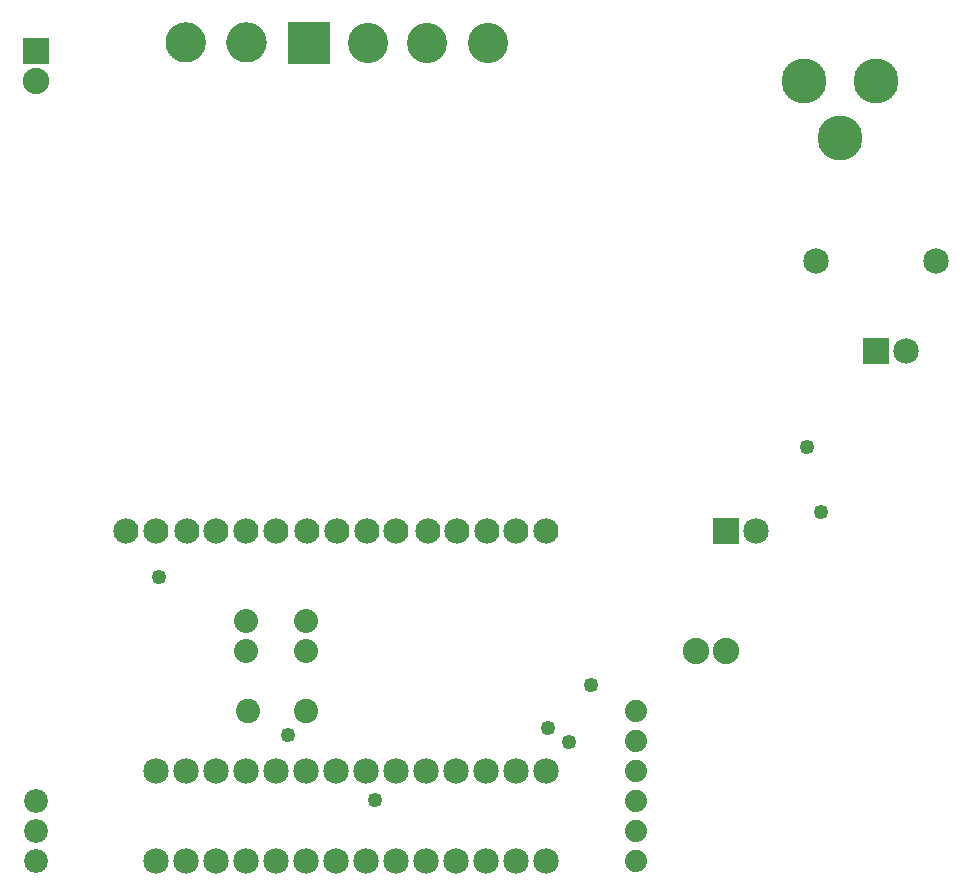
<source format=gbs>
G04 MADE WITH FRITZING*
G04 WWW.FRITZING.ORG*
G04 DOUBLE SIDED*
G04 HOLES PLATED*
G04 CONTOUR ON CENTER OF CONTOUR VECTOR*
%ASAXBY*%
%FSLAX23Y23*%
%MOIN*%
%OFA0B0*%
%SFA1.0B1.0*%
%ADD10C,0.088000*%
%ADD11C,0.085000*%
%ADD12C,0.080925*%
%ADD13C,0.080866*%
%ADD14C,0.074000*%
%ADD15C,0.084000*%
%ADD16C,0.134111*%
%ADD17C,0.079444*%
%ADD18C,0.150000*%
%ADD19C,0.080000*%
%ADD20C,0.049370*%
%ADD21R,0.088000X0.088000*%
%ADD22R,0.142161X0.142161*%
%ADD23R,0.085000X0.085000*%
%ADD24C,0.030000*%
%ADD25C,0.027000*%
%ADD26R,0.001000X0.001000*%
%LNMASK0*%
G90*
G70*
G54D10*
X252Y2876D03*
X252Y2776D03*
G54D11*
X1952Y476D03*
X1952Y176D03*
X1852Y476D03*
X1852Y176D03*
X1752Y476D03*
X1752Y176D03*
X1652Y476D03*
X1652Y176D03*
X1552Y476D03*
X1552Y176D03*
X1452Y476D03*
X1452Y176D03*
X1352Y476D03*
X1352Y176D03*
X1252Y476D03*
X1252Y176D03*
X1152Y476D03*
X1152Y176D03*
X1052Y476D03*
X1052Y176D03*
X952Y476D03*
X952Y176D03*
X852Y476D03*
X852Y176D03*
X752Y476D03*
X752Y176D03*
X652Y476D03*
X652Y176D03*
G54D12*
X1152Y676D03*
G54D13*
X959Y676D03*
G54D14*
X2252Y176D03*
X2252Y276D03*
X2252Y376D03*
X2252Y476D03*
X2252Y576D03*
X2252Y676D03*
G54D15*
X551Y1276D03*
X652Y1276D03*
X753Y1276D03*
X852Y1276D03*
X952Y1276D03*
X1052Y1276D03*
X1153Y1275D03*
X1253Y1276D03*
X1354Y1276D03*
X1452Y1276D03*
X1557Y1276D03*
X1653Y1276D03*
X1753Y1276D03*
X1852Y1276D03*
X1952Y1276D03*
G54D16*
X1756Y2904D03*
X1554Y2904D03*
X1356Y2904D03*
G54D17*
X252Y376D03*
X252Y276D03*
X252Y176D03*
G54D18*
X3052Y2776D03*
X2812Y2776D03*
X2932Y2586D03*
G54D10*
X2552Y876D03*
X2452Y876D03*
G54D19*
X1152Y976D03*
X1152Y876D03*
X952Y976D03*
X952Y876D03*
G54D11*
X3052Y1876D03*
X3152Y1876D03*
X2552Y1276D03*
X2652Y1276D03*
X3252Y2176D03*
X2852Y2176D03*
G54D20*
X2868Y1340D03*
X2028Y572D03*
X1380Y380D03*
X1956Y620D03*
X2100Y764D03*
X2820Y1556D03*
X1092Y596D03*
X660Y1124D03*
G54D21*
X252Y2876D03*
G54D22*
X1160Y2904D03*
G54D23*
X3052Y1876D03*
X2552Y1276D03*
G54D24*
G36*
X1980Y448D02*
X1925Y448D01*
X1925Y503D01*
X1980Y503D01*
X1980Y448D01*
G37*
D02*
G54D25*
G36*
X523Y1304D02*
X579Y1304D01*
X579Y1248D01*
X523Y1248D01*
X523Y1304D01*
G37*
D02*
G54D26*
X744Y2971D02*
X756Y2971D01*
X946Y2971D02*
X958Y2971D01*
X1152Y2971D02*
X1164Y2971D01*
X737Y2970D02*
X762Y2970D01*
X940Y2970D02*
X965Y2970D01*
X1146Y2970D02*
X1171Y2970D01*
X733Y2969D02*
X766Y2969D01*
X936Y2969D02*
X969Y2969D01*
X1142Y2969D02*
X1175Y2969D01*
X729Y2968D02*
X770Y2968D01*
X932Y2968D02*
X973Y2968D01*
X1138Y2968D02*
X1179Y2968D01*
X727Y2967D02*
X773Y2967D01*
X929Y2967D02*
X975Y2967D01*
X1135Y2967D02*
X1181Y2967D01*
X724Y2966D02*
X776Y2966D01*
X926Y2966D02*
X978Y2966D01*
X1132Y2966D02*
X1184Y2966D01*
X722Y2965D02*
X778Y2965D01*
X924Y2965D02*
X980Y2965D01*
X1130Y2965D02*
X1186Y2965D01*
X720Y2964D02*
X780Y2964D01*
X922Y2964D02*
X982Y2964D01*
X1128Y2964D02*
X1188Y2964D01*
X718Y2963D02*
X782Y2963D01*
X920Y2963D02*
X984Y2963D01*
X1126Y2963D02*
X1190Y2963D01*
X716Y2962D02*
X783Y2962D01*
X919Y2962D02*
X986Y2962D01*
X1125Y2962D02*
X1192Y2962D01*
X715Y2961D02*
X785Y2961D01*
X917Y2961D02*
X987Y2961D01*
X1123Y2961D02*
X1193Y2961D01*
X713Y2960D02*
X786Y2960D01*
X916Y2960D02*
X989Y2960D01*
X1122Y2960D02*
X1195Y2960D01*
X712Y2959D02*
X788Y2959D01*
X914Y2959D02*
X990Y2959D01*
X1120Y2959D02*
X1196Y2959D01*
X710Y2958D02*
X789Y2958D01*
X913Y2958D02*
X992Y2958D01*
X1119Y2958D02*
X1198Y2958D01*
X709Y2957D02*
X791Y2957D01*
X911Y2957D02*
X993Y2957D01*
X1117Y2957D02*
X1199Y2957D01*
X708Y2956D02*
X792Y2956D01*
X910Y2956D02*
X994Y2956D01*
X1116Y2956D02*
X1200Y2956D01*
X706Y2955D02*
X793Y2955D01*
X909Y2955D02*
X996Y2955D01*
X1115Y2955D02*
X1201Y2955D01*
X705Y2954D02*
X794Y2954D01*
X908Y2954D02*
X997Y2954D01*
X1114Y2954D02*
X1203Y2954D01*
X704Y2953D02*
X795Y2953D01*
X907Y2953D02*
X998Y2953D01*
X1113Y2953D02*
X1204Y2953D01*
X703Y2952D02*
X796Y2952D01*
X906Y2952D02*
X999Y2952D01*
X1112Y2952D02*
X1205Y2952D01*
X702Y2951D02*
X797Y2951D01*
X905Y2951D02*
X1000Y2951D01*
X1111Y2951D02*
X1206Y2951D01*
X701Y2950D02*
X798Y2950D01*
X904Y2950D02*
X1001Y2950D01*
X1110Y2950D02*
X1207Y2950D01*
X700Y2949D02*
X799Y2949D01*
X903Y2949D02*
X1002Y2949D01*
X1109Y2949D02*
X1208Y2949D01*
X699Y2948D02*
X800Y2948D01*
X902Y2948D02*
X1003Y2948D01*
X1108Y2948D02*
X1208Y2948D01*
X699Y2947D02*
X801Y2947D01*
X901Y2947D02*
X1003Y2947D01*
X1107Y2947D02*
X1209Y2947D01*
X698Y2946D02*
X802Y2946D01*
X900Y2946D02*
X1004Y2946D01*
X1106Y2946D02*
X1210Y2946D01*
X697Y2945D02*
X802Y2945D01*
X900Y2945D02*
X1005Y2945D01*
X1106Y2945D02*
X1211Y2945D01*
X696Y2944D02*
X803Y2944D01*
X899Y2944D02*
X1006Y2944D01*
X1105Y2944D02*
X1212Y2944D01*
X696Y2943D02*
X804Y2943D01*
X898Y2943D02*
X1006Y2943D01*
X1104Y2943D02*
X1212Y2943D01*
X695Y2942D02*
X805Y2942D01*
X897Y2942D02*
X1007Y2942D01*
X1103Y2942D02*
X1213Y2942D01*
X694Y2941D02*
X805Y2941D01*
X897Y2941D02*
X1008Y2941D01*
X1103Y2941D02*
X1214Y2941D01*
X694Y2940D02*
X806Y2940D01*
X896Y2940D02*
X1008Y2940D01*
X1102Y2940D02*
X1214Y2940D01*
X693Y2939D02*
X806Y2939D01*
X896Y2939D02*
X1009Y2939D01*
X1102Y2939D02*
X1215Y2939D01*
X692Y2938D02*
X807Y2938D01*
X895Y2938D02*
X1010Y2938D01*
X1101Y2938D02*
X1216Y2938D01*
X692Y2937D02*
X808Y2937D01*
X894Y2937D02*
X1010Y2937D01*
X1100Y2937D02*
X1216Y2937D01*
X691Y2936D02*
X808Y2936D01*
X894Y2936D02*
X1011Y2936D01*
X1100Y2936D02*
X1217Y2936D01*
X691Y2935D02*
X809Y2935D01*
X893Y2935D02*
X1011Y2935D01*
X1099Y2935D02*
X1217Y2935D01*
X690Y2934D02*
X809Y2934D01*
X893Y2934D02*
X1012Y2934D01*
X1099Y2934D02*
X1218Y2934D01*
X690Y2933D02*
X810Y2933D01*
X892Y2933D02*
X1012Y2933D01*
X1098Y2933D02*
X1218Y2933D01*
X689Y2932D02*
X810Y2932D01*
X892Y2932D02*
X1013Y2932D01*
X1098Y2932D02*
X1219Y2932D01*
X689Y2931D02*
X811Y2931D01*
X891Y2931D02*
X1013Y2931D01*
X1097Y2931D02*
X1219Y2931D01*
X688Y2930D02*
X811Y2930D01*
X891Y2930D02*
X1014Y2930D01*
X1097Y2930D02*
X1220Y2930D01*
X688Y2929D02*
X812Y2929D01*
X890Y2929D02*
X1014Y2929D01*
X1096Y2929D02*
X1220Y2929D01*
X688Y2928D02*
X812Y2928D01*
X890Y2928D02*
X1014Y2928D01*
X1096Y2928D02*
X1220Y2928D01*
X687Y2927D02*
X812Y2927D01*
X890Y2927D02*
X1015Y2927D01*
X1096Y2927D02*
X1221Y2927D01*
X687Y2926D02*
X813Y2926D01*
X889Y2926D02*
X1015Y2926D01*
X1095Y2926D02*
X1221Y2926D01*
X687Y2925D02*
X813Y2925D01*
X889Y2925D02*
X1015Y2925D01*
X1095Y2925D02*
X1221Y2925D01*
X686Y2924D02*
X813Y2924D01*
X889Y2924D02*
X1016Y2924D01*
X1095Y2924D02*
X1222Y2924D01*
X686Y2923D02*
X814Y2923D01*
X888Y2923D02*
X1016Y2923D01*
X1094Y2923D02*
X1222Y2923D01*
X686Y2922D02*
X814Y2922D01*
X888Y2922D02*
X1016Y2922D01*
X1094Y2922D02*
X1222Y2922D01*
X685Y2921D02*
X814Y2921D01*
X888Y2921D02*
X1017Y2921D01*
X1094Y2921D02*
X1223Y2921D01*
X685Y2920D02*
X814Y2920D01*
X888Y2920D02*
X1017Y2920D01*
X1094Y2920D02*
X1223Y2920D01*
X685Y2919D02*
X815Y2919D01*
X887Y2919D02*
X1017Y2919D01*
X1093Y2919D02*
X1223Y2919D01*
X685Y2918D02*
X815Y2918D01*
X887Y2918D02*
X1017Y2918D01*
X1093Y2918D02*
X1223Y2918D01*
X685Y2917D02*
X815Y2917D01*
X887Y2917D02*
X1017Y2917D01*
X1093Y2917D02*
X1223Y2917D01*
X684Y2916D02*
X815Y2916D01*
X887Y2916D02*
X1018Y2916D01*
X1093Y2916D02*
X1224Y2916D01*
X684Y2915D02*
X815Y2915D01*
X887Y2915D02*
X1018Y2915D01*
X1093Y2915D02*
X1224Y2915D01*
X684Y2914D02*
X815Y2914D01*
X887Y2914D02*
X1018Y2914D01*
X1093Y2914D02*
X1224Y2914D01*
X684Y2913D02*
X816Y2913D01*
X886Y2913D02*
X1018Y2913D01*
X1092Y2913D02*
X1224Y2913D01*
X684Y2912D02*
X816Y2912D01*
X886Y2912D02*
X1018Y2912D01*
X1092Y2912D02*
X1224Y2912D01*
X684Y2911D02*
X816Y2911D01*
X886Y2911D02*
X1018Y2911D01*
X1092Y2911D02*
X1224Y2911D01*
X684Y2910D02*
X816Y2910D01*
X886Y2910D02*
X1018Y2910D01*
X1092Y2910D02*
X1224Y2910D01*
X683Y2909D02*
X816Y2909D01*
X886Y2909D02*
X1019Y2909D01*
X1092Y2909D02*
X1225Y2909D01*
X683Y2908D02*
X816Y2908D01*
X886Y2908D02*
X1019Y2908D01*
X1092Y2908D02*
X1225Y2908D01*
X683Y2907D02*
X816Y2907D01*
X886Y2907D02*
X1019Y2907D01*
X1092Y2907D02*
X1225Y2907D01*
X683Y2906D02*
X816Y2906D01*
X886Y2906D02*
X1019Y2906D01*
X1092Y2906D02*
X1225Y2906D01*
X683Y2905D02*
X816Y2905D01*
X886Y2905D02*
X1019Y2905D01*
X1092Y2905D02*
X1225Y2905D01*
X683Y2904D02*
X816Y2904D01*
X886Y2904D02*
X1019Y2904D01*
X1092Y2904D02*
X1225Y2904D01*
X683Y2903D02*
X816Y2903D01*
X886Y2903D02*
X1019Y2903D01*
X1092Y2903D02*
X1225Y2903D01*
X683Y2902D02*
X816Y2902D01*
X886Y2902D02*
X1019Y2902D01*
X1092Y2902D02*
X1225Y2902D01*
X683Y2901D02*
X816Y2901D01*
X886Y2901D02*
X1019Y2901D01*
X1092Y2901D02*
X1225Y2901D01*
X683Y2900D02*
X816Y2900D01*
X886Y2900D02*
X1019Y2900D01*
X1092Y2900D02*
X1225Y2900D01*
X684Y2899D02*
X816Y2899D01*
X886Y2899D02*
X1019Y2899D01*
X1092Y2899D02*
X1224Y2899D01*
X684Y2898D02*
X816Y2898D01*
X886Y2898D02*
X1018Y2898D01*
X1092Y2898D02*
X1224Y2898D01*
X684Y2897D02*
X816Y2897D01*
X886Y2897D02*
X1018Y2897D01*
X1092Y2897D02*
X1224Y2897D01*
X684Y2896D02*
X816Y2896D01*
X886Y2896D02*
X1018Y2896D01*
X1092Y2896D02*
X1224Y2896D01*
X684Y2895D02*
X815Y2895D01*
X886Y2895D02*
X1018Y2895D01*
X1092Y2895D02*
X1224Y2895D01*
X684Y2894D02*
X815Y2894D01*
X887Y2894D02*
X1018Y2894D01*
X1093Y2894D02*
X1224Y2894D01*
X684Y2893D02*
X815Y2893D01*
X887Y2893D02*
X1018Y2893D01*
X1093Y2893D02*
X1224Y2893D01*
X684Y2892D02*
X815Y2892D01*
X887Y2892D02*
X1018Y2892D01*
X1093Y2892D02*
X1224Y2892D01*
X685Y2891D02*
X815Y2891D01*
X887Y2891D02*
X1017Y2891D01*
X1093Y2891D02*
X1223Y2891D01*
X685Y2890D02*
X815Y2890D01*
X887Y2890D02*
X1017Y2890D01*
X1093Y2890D02*
X1223Y2890D01*
X685Y2889D02*
X814Y2889D01*
X888Y2889D02*
X1017Y2889D01*
X1094Y2889D02*
X1223Y2889D01*
X685Y2888D02*
X814Y2888D01*
X888Y2888D02*
X1017Y2888D01*
X1094Y2888D02*
X1223Y2888D01*
X686Y2887D02*
X814Y2887D01*
X888Y2887D02*
X1016Y2887D01*
X1094Y2887D02*
X1222Y2887D01*
X686Y2886D02*
X814Y2886D01*
X888Y2886D02*
X1016Y2886D01*
X1094Y2886D02*
X1222Y2886D01*
X686Y2885D02*
X813Y2885D01*
X889Y2885D02*
X1016Y2885D01*
X1095Y2885D02*
X1222Y2885D01*
X686Y2884D02*
X813Y2884D01*
X889Y2884D02*
X1016Y2884D01*
X1095Y2884D02*
X1222Y2884D01*
X687Y2883D02*
X813Y2883D01*
X889Y2883D02*
X1015Y2883D01*
X1095Y2883D02*
X1221Y2883D01*
X687Y2882D02*
X812Y2882D01*
X890Y2882D02*
X1015Y2882D01*
X1096Y2882D02*
X1221Y2882D01*
X687Y2881D02*
X812Y2881D01*
X890Y2881D02*
X1015Y2881D01*
X1096Y2881D02*
X1221Y2881D01*
X688Y2880D02*
X812Y2880D01*
X890Y2880D02*
X1014Y2880D01*
X1096Y2880D02*
X1220Y2880D01*
X688Y2879D02*
X811Y2879D01*
X891Y2879D02*
X1014Y2879D01*
X1097Y2879D02*
X1220Y2879D01*
X689Y2878D02*
X811Y2878D01*
X891Y2878D02*
X1013Y2878D01*
X1097Y2878D02*
X1219Y2878D01*
X689Y2877D02*
X810Y2877D01*
X892Y2877D02*
X1013Y2877D01*
X1098Y2877D02*
X1219Y2877D01*
X690Y2876D02*
X810Y2876D01*
X892Y2876D02*
X1012Y2876D01*
X1098Y2876D02*
X1218Y2876D01*
X690Y2875D02*
X809Y2875D01*
X893Y2875D02*
X1012Y2875D01*
X1099Y2875D02*
X1218Y2875D01*
X691Y2874D02*
X809Y2874D01*
X893Y2874D02*
X1011Y2874D01*
X1099Y2874D02*
X1217Y2874D01*
X691Y2873D02*
X808Y2873D01*
X894Y2873D02*
X1011Y2873D01*
X1099Y2873D02*
X1217Y2873D01*
X692Y2872D02*
X808Y2872D01*
X894Y2872D02*
X1010Y2872D01*
X1100Y2872D02*
X1216Y2872D01*
X692Y2871D02*
X807Y2871D01*
X895Y2871D02*
X1010Y2871D01*
X1101Y2871D02*
X1216Y2871D01*
X693Y2870D02*
X807Y2870D01*
X895Y2870D02*
X1009Y2870D01*
X1101Y2870D02*
X1215Y2870D01*
X693Y2869D02*
X806Y2869D01*
X896Y2869D02*
X1009Y2869D01*
X1102Y2869D02*
X1215Y2869D01*
X694Y2868D02*
X805Y2868D01*
X897Y2868D02*
X1008Y2868D01*
X1102Y2868D02*
X1214Y2868D01*
X695Y2867D02*
X805Y2867D01*
X897Y2867D02*
X1007Y2867D01*
X1103Y2867D02*
X1213Y2867D01*
X695Y2866D02*
X804Y2866D01*
X898Y2866D02*
X1007Y2866D01*
X1104Y2866D02*
X1213Y2866D01*
X696Y2865D02*
X803Y2865D01*
X899Y2865D02*
X1006Y2865D01*
X1105Y2865D02*
X1212Y2865D01*
X697Y2864D02*
X803Y2864D01*
X899Y2864D02*
X1005Y2864D01*
X1105Y2864D02*
X1211Y2864D01*
X698Y2863D02*
X802Y2863D01*
X900Y2863D02*
X1004Y2863D01*
X1106Y2863D02*
X1210Y2863D01*
X698Y2862D02*
X801Y2862D01*
X901Y2862D02*
X1004Y2862D01*
X1107Y2862D02*
X1210Y2862D01*
X699Y2861D02*
X800Y2861D01*
X902Y2861D02*
X1003Y2861D01*
X1108Y2861D02*
X1209Y2861D01*
X700Y2860D02*
X799Y2860D01*
X903Y2860D02*
X1002Y2860D01*
X1109Y2860D02*
X1208Y2860D01*
X701Y2859D02*
X799Y2859D01*
X903Y2859D02*
X1001Y2859D01*
X1109Y2859D02*
X1207Y2859D01*
X702Y2858D02*
X798Y2858D01*
X904Y2858D02*
X1000Y2858D01*
X1110Y2858D02*
X1206Y2858D01*
X703Y2857D02*
X797Y2857D01*
X905Y2857D02*
X999Y2857D01*
X1111Y2857D02*
X1205Y2857D01*
X704Y2856D02*
X796Y2856D01*
X906Y2856D02*
X998Y2856D01*
X1112Y2856D02*
X1204Y2856D01*
X705Y2855D02*
X795Y2855D01*
X907Y2855D02*
X997Y2855D01*
X1113Y2855D02*
X1203Y2855D01*
X706Y2854D02*
X793Y2854D01*
X909Y2854D02*
X996Y2854D01*
X1115Y2854D02*
X1202Y2854D01*
X707Y2853D02*
X792Y2853D01*
X910Y2853D02*
X995Y2853D01*
X1116Y2853D02*
X1201Y2853D01*
X708Y2852D02*
X791Y2852D01*
X911Y2852D02*
X994Y2852D01*
X1117Y2852D02*
X1200Y2852D01*
X710Y2851D02*
X790Y2851D01*
X912Y2851D02*
X992Y2851D01*
X1118Y2851D02*
X1198Y2851D01*
X711Y2850D02*
X788Y2850D01*
X914Y2850D02*
X991Y2850D01*
X1120Y2850D02*
X1197Y2850D01*
X712Y2849D02*
X787Y2849D01*
X915Y2849D02*
X989Y2849D01*
X1121Y2849D02*
X1195Y2849D01*
X714Y2848D02*
X785Y2848D01*
X917Y2848D02*
X988Y2848D01*
X1123Y2848D02*
X1194Y2848D01*
X716Y2847D02*
X784Y2847D01*
X918Y2847D02*
X986Y2847D01*
X1124Y2847D02*
X1192Y2847D01*
X717Y2846D02*
X782Y2846D01*
X920Y2846D02*
X985Y2846D01*
X1126Y2846D02*
X1191Y2846D01*
X719Y2845D02*
X780Y2845D01*
X922Y2845D02*
X983Y2845D01*
X1128Y2845D02*
X1189Y2845D01*
X721Y2844D02*
X778Y2844D01*
X924Y2844D02*
X981Y2844D01*
X1130Y2844D02*
X1187Y2844D01*
X723Y2843D02*
X776Y2843D01*
X926Y2843D02*
X979Y2843D01*
X1132Y2843D02*
X1185Y2843D01*
X726Y2842D02*
X774Y2842D01*
X928Y2842D02*
X976Y2842D01*
X1134Y2842D02*
X1182Y2842D01*
X728Y2841D02*
X771Y2841D01*
X931Y2841D02*
X974Y2841D01*
X1137Y2841D02*
X1180Y2841D01*
X732Y2840D02*
X768Y2840D01*
X934Y2840D02*
X970Y2840D01*
X1140Y2840D02*
X1176Y2840D01*
X736Y2839D02*
X764Y2839D01*
X938Y2839D02*
X966Y2839D01*
X1144Y2839D02*
X1172Y2839D01*
X741Y2838D02*
X758Y2838D01*
X944Y2838D02*
X961Y2838D01*
X1150Y2838D02*
X1167Y2838D01*
D02*
G04 End of Mask0*
M02*
</source>
